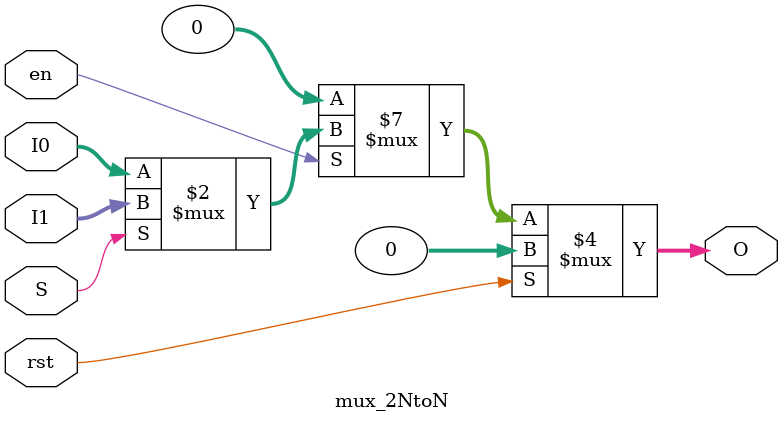
<source format=sv>
/*
MUX 2:1 parametrizable para N bits
Date: 27/08/24
Test bench ran: 28/08/24 
*/
module mux_2NtoN # (parameter N = 32) (
		input  logic [N-1:0] 	 I0,
		input  logic [N-1:0] 	 I1,
		input  logic         	rst,
		input  logic 		  	  S,
		input  logic	     	 en,

		output logic [N-1:0]  	  O
	);

	always_comb begin

		O = '0;
		if (en)
			O = S ? I1 : I0;
		if (rst)
			O = '0;
		
	end

endmodule

</source>
